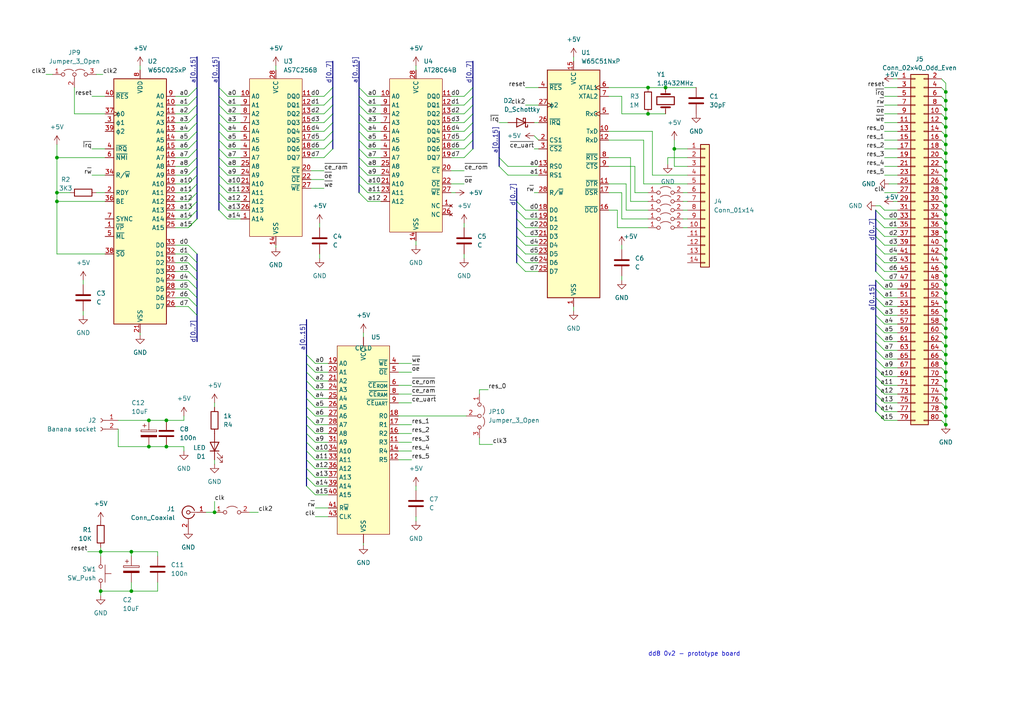
<source format=kicad_sch>
(kicad_sch (version 20230121) (generator eeschema)
  (paper "A4")
  (junction (at 274.32 107.95))
  (junction (at 193.04 25.4))
  (junction (at 274.32 87.63))
  (junction (at 16.51 55.88))
  (junction (at 274.32 41.91))
  (junction (at 274.32 100.33))
  (junction (at 274.32 39.37))
  (junction (at 274.32 82.55))
  (junction (at 274.32 54.61))
  (junction (at 274.32 44.45))
  (junction (at 274.32 92.71))
  (junction (at 274.32 115.57))
  (junction (at 195.58 43.18))
  (junction (at 48.26 129.54))
  (junction (at 187.96 25.4))
  (junction (at 274.32 95.25))
  (junction (at 274.32 102.87))
  (junction (at 274.32 72.39))
  (junction (at 274.32 97.79))
  (junction (at 274.32 80.01))
  (junction (at 274.32 105.41))
  (junction (at 38.1 171.45))
  (junction (at 274.32 34.29))
  (junction (at 187.96 33.02))
  (junction (at 274.32 57.15))
  (junction (at 274.32 52.07))
  (junction (at 274.32 120.65))
  (junction (at 38.1 160.02))
  (junction (at 274.32 74.93))
  (junction (at 274.32 69.85))
  (junction (at 274.32 36.83))
  (junction (at 274.32 113.03))
  (junction (at 274.32 26.67))
  (junction (at 48.26 121.92))
  (junction (at 274.32 85.09))
  (junction (at 274.32 110.49))
  (junction (at 274.32 64.77))
  (junction (at 274.32 59.69))
  (junction (at 274.32 31.75))
  (junction (at 16.51 45.72))
  (junction (at 274.32 67.31))
  (junction (at 274.32 123.19))
  (junction (at 29.21 171.45))
  (junction (at 274.32 46.99))
  (junction (at 274.32 29.21))
  (junction (at 62.23 148.59))
  (junction (at 43.18 129.54))
  (junction (at 16.51 58.42))
  (junction (at 29.21 160.02))
  (junction (at 274.32 118.11))
  (junction (at 274.32 77.47))
  (junction (at 274.32 49.53))
  (junction (at 274.32 90.17))
  (junction (at 274.32 62.23))
  (junction (at 43.18 121.92))
  (bus_entry (at 93.98 45.72) (size 2.54 -2.54))
  (bus_entry (at 93.98 40.64) (size 2.54 -2.54))
  (bus_entry (at 54.61 81.28) (size 2.54 2.54))
  (bus_entry (at 152.4 78.74) (size -2.54 -2.54))
  (bus_entry (at 54.61 53.34) (size 2.54 -2.54))
  (bus_entry (at 134.62 33.02) (size 2.54 -2.54))
  (bus_entry (at 54.61 86.36) (size 2.54 2.54))
  (bus_entry (at 104.14 33.02) (size 2.54 2.54))
  (bus_entry (at 54.61 66.04) (size 2.54 -2.54))
  (bus_entry (at 256.54 73.66) (size -2.54 -2.54))
  (bus_entry (at 256.54 99.06) (size -2.54 -2.54))
  (bus_entry (at 152.4 68.58) (size -2.54 -2.54))
  (bus_entry (at 256.54 114.3) (size -2.54 -2.54))
  (bus_entry (at 63.5 35.56) (size 2.54 2.54))
  (bus_entry (at 152.4 76.2) (size -2.54 -2.54))
  (bus_entry (at 63.5 38.1) (size 2.54 2.54))
  (bus_entry (at 54.61 33.02) (size 2.54 -2.54))
  (bus_entry (at 104.14 27.94) (size 2.54 2.54))
  (bus_entry (at 104.14 25.4) (size 2.54 2.54))
  (bus_entry (at 93.98 27.94) (size 2.54 -2.54))
  (bus_entry (at 256.54 111.76) (size -2.54 -2.54))
  (bus_entry (at 54.61 45.72) (size 2.54 -2.54))
  (bus_entry (at 63.5 60.96) (size 2.54 2.54))
  (bus_entry (at 54.61 55.88) (size 2.54 -2.54))
  (bus_entry (at 88.9 115.57) (size 2.54 2.54))
  (bus_entry (at 54.61 50.8) (size 2.54 -2.54))
  (bus_entry (at 256.54 71.12) (size -2.54 -2.54))
  (bus_entry (at 104.14 53.34) (size 2.54 2.54))
  (bus_entry (at 88.9 123.19) (size 2.54 2.54))
  (bus_entry (at 54.61 48.26) (size 2.54 -2.54))
  (bus_entry (at 256.54 66.04) (size -2.54 -2.54))
  (bus_entry (at 256.54 76.2) (size -2.54 -2.54))
  (bus_entry (at 134.62 43.18) (size 2.54 -2.54))
  (bus_entry (at 104.14 35.56) (size 2.54 2.54))
  (bus_entry (at 88.9 125.73) (size 2.54 2.54))
  (bus_entry (at 144.78 48.26) (size 2.54 2.54))
  (bus_entry (at 54.61 27.94) (size 2.54 -2.54))
  (bus_entry (at 88.9 138.43) (size 2.54 2.54))
  (bus_entry (at 104.14 43.18) (size 2.54 2.54))
  (bus_entry (at 88.9 113.03) (size 2.54 2.54))
  (bus_entry (at 54.61 88.9) (size 2.54 2.54))
  (bus_entry (at 134.62 35.56) (size 2.54 -2.54))
  (bus_entry (at 54.61 30.48) (size 2.54 -2.54))
  (bus_entry (at 63.5 55.88) (size 2.54 2.54))
  (bus_entry (at 93.98 35.56) (size 2.54 -2.54))
  (bus_entry (at 63.5 30.48) (size 2.54 2.54))
  (bus_entry (at 104.14 38.1) (size 2.54 2.54))
  (bus_entry (at 93.98 43.18) (size 2.54 -2.54))
  (bus_entry (at 93.98 38.1) (size 2.54 -2.54))
  (bus_entry (at 152.4 71.12) (size -2.54 -2.54))
  (bus_entry (at 104.14 55.88) (size 2.54 2.54))
  (bus_entry (at 256.54 121.92) (size -2.54 -2.54))
  (bus_entry (at 134.62 40.64) (size 2.54 -2.54))
  (bus_entry (at 104.14 45.72) (size 2.54 2.54))
  (bus_entry (at 256.54 101.6) (size -2.54 -2.54))
  (bus_entry (at 152.4 63.5) (size -2.54 -2.54))
  (bus_entry (at 256.54 109.22) (size -2.54 -2.54))
  (bus_entry (at 152.4 60.96) (size -2.54 -2.54))
  (bus_entry (at 134.62 38.1) (size 2.54 -2.54))
  (bus_entry (at 256.54 121.92) (size -2.54 -2.54))
  (bus_entry (at 54.61 43.18) (size 2.54 -2.54))
  (bus_entry (at 134.62 30.48) (size 2.54 -2.54))
  (bus_entry (at 104.14 30.48) (size 2.54 2.54))
  (bus_entry (at 63.5 58.42) (size 2.54 2.54))
  (bus_entry (at 152.4 66.04) (size -2.54 -2.54))
  (bus_entry (at 93.98 30.48) (size 2.54 -2.54))
  (bus_entry (at 54.61 60.96) (size 2.54 -2.54))
  (bus_entry (at 88.9 140.97) (size 2.54 2.54))
  (bus_entry (at 88.9 130.81) (size 2.54 2.54))
  (bus_entry (at 88.9 118.11) (size 2.54 2.54))
  (bus_entry (at 54.61 63.5) (size 2.54 -2.54))
  (bus_entry (at 63.5 48.26) (size 2.54 2.54))
  (bus_entry (at 63.5 25.4) (size 2.54 2.54))
  (bus_entry (at 134.62 27.94) (size 2.54 -2.54))
  (bus_entry (at 54.61 83.82) (size 2.54 2.54))
  (bus_entry (at 63.5 27.94) (size 2.54 2.54))
  (bus_entry (at 93.98 33.02) (size 2.54 -2.54))
  (bus_entry (at 54.61 66.04) (size 2.54 -2.54))
  (bus_entry (at 54.61 58.42) (size 2.54 -2.54))
  (bus_entry (at 256.54 83.82) (size -2.54 -2.54))
  (bus_entry (at 88.9 135.89) (size 2.54 2.54))
  (bus_entry (at 256.54 119.38) (size -2.54 -2.54))
  (bus_entry (at 63.5 53.34) (size 2.54 2.54))
  (bus_entry (at 54.61 71.12) (size 2.54 2.54))
  (bus_entry (at 256.54 88.9) (size -2.54 -2.54))
  (bus_entry (at 256.54 78.74) (size -2.54 -2.54))
  (bus_entry (at 256.54 93.98) (size -2.54 -2.54))
  (bus_entry (at 88.9 133.35) (size 2.54 2.54))
  (bus_entry (at 88.9 128.27) (size 2.54 2.54))
  (bus_entry (at 54.61 40.64) (size 2.54 -2.54))
  (bus_entry (at 54.61 78.74) (size 2.54 2.54))
  (bus_entry (at 63.5 40.64) (size 2.54 2.54))
  (bus_entry (at 256.54 68.58) (size -2.54 -2.54))
  (bus_entry (at 63.5 50.8) (size 2.54 2.54))
  (bus_entry (at 256.54 86.36) (size -2.54 -2.54))
  (bus_entry (at 88.9 120.65) (size 2.54 2.54))
  (bus_entry (at 88.9 102.87) (size 2.54 2.54))
  (bus_entry (at 104.14 48.26) (size 2.54 2.54))
  (bus_entry (at 104.14 50.8) (size 2.54 2.54))
  (bus_entry (at 256.54 91.44) (size -2.54 -2.54))
  (bus_entry (at 54.61 38.1) (size 2.54 -2.54))
  (bus_entry (at 54.61 76.2) (size 2.54 2.54))
  (bus_entry (at 256.54 116.84) (size -2.54 -2.54))
  (bus_entry (at 63.5 43.18) (size 2.54 2.54))
  (bus_entry (at 63.5 45.72) (size 2.54 2.54))
  (bus_entry (at 104.14 40.64) (size 2.54 2.54))
  (bus_entry (at 63.5 33.02) (size 2.54 2.54))
  (bus_entry (at 54.61 73.66) (size 2.54 2.54))
  (bus_entry (at 256.54 96.52) (size -2.54 -2.54))
  (bus_entry (at 134.62 45.72) (size 2.54 -2.54))
  (bus_entry (at 256.54 81.28) (size -2.54 -2.54))
  (bus_entry (at 152.4 73.66) (size -2.54 -2.54))
  (bus_entry (at 256.54 106.68) (size -2.54 -2.54))
  (bus_entry (at 88.9 110.49) (size 2.54 2.54))
  (bus_entry (at 144.78 45.72) (size 2.54 2.54))
  (bus_entry (at 256.54 63.5) (size -2.54 -2.54))
  (bus_entry (at 88.9 105.41) (size 2.54 2.54))
  (bus_entry (at 256.54 104.14) (size -2.54 -2.54))
  (bus_entry (at 88.9 107.95) (size 2.54 2.54))
  (bus_entry (at 54.61 35.56) (size 2.54 -2.54))
  (bus (pts (xy 57.15 76.2) (xy 57.15 78.74)))
  (wire (pts (xy 91.44 125.73) (xy 95.25 125.73)))
  (wire (pts (xy 38.1 171.45) (xy 45.72 171.45)))
  (wire (pts (xy 66.04 63.5) (xy 69.85 63.5)))
  (wire (pts (xy 260.35 91.44) (xy 256.54 91.44)))
  (wire (pts (xy 260.35 93.98) (xy 256.54 93.98)))
  (wire (pts (xy 66.04 58.42) (xy 69.85 58.42)))
  (wire (pts (xy 130.81 35.56) (xy 134.62 35.56)))
  (wire (pts (xy 66.04 30.48) (xy 69.85 30.48)))
  (bus (pts (xy 254 91.44) (xy 254 88.9)))
  (wire (pts (xy 274.32 62.23) (xy 274.32 59.69)))
  (wire (pts (xy 273.05 40.64) (xy 274.32 41.91)))
  (wire (pts (xy 256.54 55.88) (xy 260.35 55.88)))
  (wire (pts (xy 273.05 73.66) (xy 274.32 74.93)))
  (wire (pts (xy 50.8 48.26) (xy 54.61 48.26)))
  (wire (pts (xy 130.81 38.1) (xy 134.62 38.1)))
  (wire (pts (xy 139.065 113.03) (xy 141.605 113.03)))
  (wire (pts (xy 256.54 25.4) (xy 260.35 25.4)))
  (wire (pts (xy 274.32 102.87) (xy 274.32 100.33)))
  (wire (pts (xy 24.13 90.17) (xy 24.13 91.44)))
  (wire (pts (xy 53.34 129.54) (xy 53.34 130.81)))
  (bus (pts (xy 88.9 118.11) (xy 88.9 120.65)))
  (wire (pts (xy 274.32 74.93) (xy 274.32 72.39)))
  (wire (pts (xy 274.32 44.45) (xy 274.32 41.91)))
  (bus (pts (xy 57.15 60.96) (xy 57.15 58.42)))
  (wire (pts (xy 26.67 43.18) (xy 30.48 43.18)))
  (bus (pts (xy 88.9 105.41) (xy 88.9 107.95)))
  (bus (pts (xy 254 116.84) (xy 254 114.3)))
  (wire (pts (xy 50.8 88.9) (xy 54.61 88.9)))
  (wire (pts (xy 130.81 55.88) (xy 132.08 55.88)))
  (wire (pts (xy 16.51 58.42) (xy 30.48 58.42)))
  (wire (pts (xy 274.32 115.57) (xy 274.32 113.03)))
  (bus (pts (xy 57.15 40.64) (xy 57.15 38.1)))
  (bus (pts (xy 88.9 115.57) (xy 88.9 118.11)))
  (wire (pts (xy 273.05 48.26) (xy 274.32 49.53)))
  (wire (pts (xy 260.35 109.22) (xy 256.54 109.22)))
  (bus (pts (xy 104.14 40.64) (xy 104.14 43.18)))
  (bus (pts (xy 88.9 125.73) (xy 88.9 128.27)))
  (wire (pts (xy 91.44 130.81) (xy 95.25 130.81)))
  (wire (pts (xy 106.68 58.42) (xy 110.49 58.42)))
  (wire (pts (xy 193.675 45.72) (xy 193.675 47.625)))
  (wire (pts (xy 16.51 58.42) (xy 16.51 73.66)))
  (wire (pts (xy 48.26 129.54) (xy 53.34 129.54)))
  (wire (pts (xy 260.35 76.2) (xy 256.54 76.2)))
  (wire (pts (xy 256.54 40.64) (xy 260.35 40.64)))
  (wire (pts (xy 29.21 171.45) (xy 38.1 171.45)))
  (wire (pts (xy 66.04 55.88) (xy 69.85 55.88)))
  (wire (pts (xy 115.57 107.95) (xy 119.38 107.95)))
  (bus (pts (xy 63.5 43.18) (xy 63.5 45.72)))
  (wire (pts (xy 50.8 58.42) (xy 54.61 58.42)))
  (wire (pts (xy 91.44 149.86) (xy 95.25 149.86)))
  (wire (pts (xy 91.44 107.95) (xy 95.25 107.95)))
  (wire (pts (xy 273.05 63.5) (xy 274.32 64.77)))
  (bus (pts (xy 57.15 50.8) (xy 57.15 48.26)))
  (wire (pts (xy 91.44 128.27) (xy 95.25 128.27)))
  (wire (pts (xy 273.05 71.12) (xy 274.32 72.39)))
  (wire (pts (xy 90.17 40.64) (xy 93.98 40.64)))
  (wire (pts (xy 50.8 60.96) (xy 54.61 60.96)))
  (wire (pts (xy 115.57 114.3) (xy 119.38 114.3)))
  (wire (pts (xy 256.54 45.72) (xy 260.35 45.72)))
  (wire (pts (xy 260.35 71.12) (xy 256.54 71.12)))
  (wire (pts (xy 144.78 35.56) (xy 147.32 35.56)))
  (wire (pts (xy 50.8 86.36) (xy 54.61 86.36)))
  (wire (pts (xy 274.32 107.95) (xy 274.32 105.41)))
  (bus (pts (xy 254 83.82) (xy 254 81.28)))
  (bus (pts (xy 104.14 38.1) (xy 104.14 40.64)))
  (wire (pts (xy 257.81 53.34) (xy 260.35 53.34)))
  (wire (pts (xy 198.12 58.42) (xy 199.39 58.42)))
  (wire (pts (xy 260.35 86.36) (xy 256.54 86.36)))
  (bus (pts (xy 254 63.5) (xy 254 66.04)))
  (wire (pts (xy 256.54 48.26) (xy 260.35 48.26)))
  (wire (pts (xy 195.58 43.18) (xy 199.39 43.18)))
  (wire (pts (xy 50.8 81.28) (xy 54.61 81.28)))
  (bus (pts (xy 144.78 45.72) (xy 144.78 48.26)))
  (wire (pts (xy 106.68 27.94) (xy 110.49 27.94)))
  (wire (pts (xy 24.13 81.28) (xy 24.13 82.55)))
  (bus (pts (xy 57.15 35.56) (xy 57.15 33.02)))
  (wire (pts (xy 260.35 119.38) (xy 256.54 119.38)))
  (bus (pts (xy 57.15 58.42) (xy 57.15 55.88)))
  (wire (pts (xy 260.35 111.76) (xy 256.54 111.76)))
  (bus (pts (xy 137.16 25.4) (xy 137.16 27.94)))
  (wire (pts (xy 180.34 71.12) (xy 180.34 72.39)))
  (wire (pts (xy 274.32 54.61) (xy 274.32 52.07)))
  (wire (pts (xy 105.41 96.52) (xy 105.41 97.79)))
  (wire (pts (xy 50.8 38.1) (xy 54.61 38.1)))
  (wire (pts (xy 256.54 30.48) (xy 260.35 30.48)))
  (wire (pts (xy 66.04 60.96) (xy 69.85 60.96)))
  (wire (pts (xy 180.34 33.02) (xy 187.96 33.02)))
  (wire (pts (xy 256.54 60.96) (xy 260.35 60.96)))
  (wire (pts (xy 134.62 64.77) (xy 134.62 66.04)))
  (wire (pts (xy 273.05 121.92) (xy 274.32 123.19)))
  (wire (pts (xy 273.05 78.74) (xy 274.32 80.01)))
  (wire (pts (xy 16.51 41.91) (xy 16.51 45.72)))
  (wire (pts (xy 189.23 50.8) (xy 199.39 50.8)))
  (wire (pts (xy 176.53 38.1) (xy 189.23 38.1)))
  (wire (pts (xy 66.04 40.64) (xy 69.85 40.64)))
  (wire (pts (xy 59.69 148.59) (xy 62.23 148.59)))
  (wire (pts (xy 274.32 67.31) (xy 274.32 64.77)))
  (wire (pts (xy 115.57 130.81) (xy 119.38 130.81)))
  (wire (pts (xy 91.44 138.43) (xy 95.25 138.43)))
  (bus (pts (xy 254 71.12) (xy 254 73.66)))
  (wire (pts (xy 27.94 55.88) (xy 30.48 55.88)))
  (wire (pts (xy 274.32 120.65) (xy 274.32 118.11)))
  (wire (pts (xy 40.64 96.52) (xy 40.64 97.155)))
  (wire (pts (xy 29.21 158.75) (xy 29.21 160.02)))
  (wire (pts (xy 26.67 50.8) (xy 30.48 50.8)))
  (wire (pts (xy 260.35 99.06) (xy 256.54 99.06)))
  (wire (pts (xy 62.23 133.35) (xy 62.23 134.62)))
  (wire (pts (xy 152.4 30.48) (xy 156.21 30.48)))
  (bus (pts (xy 96.52 35.56) (xy 96.52 38.1)))
  (wire (pts (xy 182.88 45.72) (xy 182.88 58.42)))
  (wire (pts (xy 154.94 55.88) (xy 156.21 55.88)))
  (wire (pts (xy 256.54 35.56) (xy 260.35 35.56)))
  (bus (pts (xy 63.5 58.42) (xy 63.5 60.96)))
  (wire (pts (xy 156.21 66.04) (xy 152.4 66.04)))
  (wire (pts (xy 273.05 114.3) (xy 274.32 115.57)))
  (wire (pts (xy 274.32 85.09) (xy 274.32 82.55)))
  (wire (pts (xy 273.05 30.48) (xy 274.32 31.75)))
  (wire (pts (xy 90.17 27.94) (xy 93.98 27.94)))
  (wire (pts (xy 90.17 33.02) (xy 93.98 33.02)))
  (bus (pts (xy 104.14 43.18) (xy 104.14 45.72)))
  (wire (pts (xy 176.53 40.64) (xy 186.69 40.64)))
  (wire (pts (xy 120.65 69.85) (xy 120.65 71.12)))
  (wire (pts (xy 274.32 36.83) (xy 274.32 34.29)))
  (wire (pts (xy 72.39 148.59) (xy 74.93 148.59)))
  (wire (pts (xy 274.32 49.53) (xy 274.32 46.99)))
  (wire (pts (xy 156.21 60.96) (xy 152.4 60.96)))
  (wire (pts (xy 176.53 53.34) (xy 181.61 53.34)))
  (wire (pts (xy 106.68 55.88) (xy 110.49 55.88)))
  (bus (pts (xy 63.5 45.72) (xy 63.5 48.26)))
  (wire (pts (xy 38.1 160.02) (xy 45.72 160.02)))
  (wire (pts (xy 50.8 43.18) (xy 54.61 43.18)))
  (wire (pts (xy 34.29 129.54) (xy 43.18 129.54)))
  (wire (pts (xy 91.44 120.65) (xy 95.25 120.65)))
  (bus (pts (xy 149.86 60.96) (xy 149.86 63.5)))
  (wire (pts (xy 195.58 43.18) (xy 195.58 48.26)))
  (bus (pts (xy 96.52 17.78) (xy 96.52 25.4)))
  (bus (pts (xy 88.9 107.95) (xy 88.9 110.49)))
  (wire (pts (xy 180.34 55.88) (xy 180.34 63.5)))
  (wire (pts (xy 48.26 121.92) (xy 53.34 121.92)))
  (bus (pts (xy 149.86 71.12) (xy 149.86 73.66)))
  (wire (pts (xy 156.21 76.2) (xy 152.4 76.2)))
  (bus (pts (xy 88.9 135.89) (xy 88.9 138.43)))
  (wire (pts (xy 198.12 60.96) (xy 199.39 60.96)))
  (wire (pts (xy 66.04 33.02) (xy 69.85 33.02)))
  (bus (pts (xy 57.15 43.18) (xy 57.15 40.64)))
  (wire (pts (xy 273.05 53.34) (xy 274.32 54.61)))
  (wire (pts (xy 115.57 116.84) (xy 119.38 116.84)))
  (wire (pts (xy 274.32 34.29) (xy 274.32 31.75)))
  (bus (pts (xy 88.9 123.19) (xy 88.9 125.73)))
  (wire (pts (xy 260.35 101.6) (xy 256.54 101.6)))
  (bus (pts (xy 254 73.66) (xy 254 76.2)))
  (wire (pts (xy 50.8 30.48) (xy 54.61 30.48)))
  (wire (pts (xy 176.53 48.26) (xy 184.15 48.26)))
  (bus (pts (xy 88.9 138.43) (xy 88.9 140.97)))
  (wire (pts (xy 274.32 64.77) (xy 274.32 62.23)))
  (wire (pts (xy 90.17 45.72) (xy 93.98 45.72)))
  (wire (pts (xy 120.65 19.05) (xy 120.65 20.32)))
  (wire (pts (xy 273.05 68.58) (xy 274.32 69.85)))
  (wire (pts (xy 166.37 16.51) (xy 166.37 17.78)))
  (bus (pts (xy 104.14 33.02) (xy 104.14 35.56)))
  (bus (pts (xy 63.5 40.64) (xy 63.5 43.18)))
  (wire (pts (xy 187.96 33.02) (xy 193.04 33.02)))
  (wire (pts (xy 45.72 168.91) (xy 45.72 171.45)))
  (bus (pts (xy 57.15 16.51) (xy 57.15 25.4)))
  (bus (pts (xy 254 111.76) (xy 254 109.22)))
  (wire (pts (xy 156.21 78.74) (xy 152.4 78.74)))
  (wire (pts (xy 66.04 38.1) (xy 69.85 38.1)))
  (bus (pts (xy 63.5 35.56) (xy 63.5 38.1)))
  (bus (pts (xy 137.16 27.94) (xy 137.16 30.48)))
  (wire (pts (xy 179.07 60.96) (xy 179.07 66.04)))
  (bus (pts (xy 137.16 38.1) (xy 137.16 40.64)))
  (wire (pts (xy 90.17 35.56) (xy 93.98 35.56)))
  (wire (pts (xy 274.32 90.17) (xy 274.32 87.63)))
  (wire (pts (xy 115.57 125.73) (xy 119.38 125.73)))
  (bus (pts (xy 57.15 88.9) (xy 57.15 91.44)))
  (wire (pts (xy 50.8 76.2) (xy 54.61 76.2)))
  (bus (pts (xy 63.5 38.1) (xy 63.5 40.64)))
  (wire (pts (xy 106.68 38.1) (xy 110.49 38.1)))
  (wire (pts (xy 66.04 53.34) (xy 69.85 53.34)))
  (wire (pts (xy 106.68 50.8) (xy 110.49 50.8)))
  (bus (pts (xy 63.5 30.48) (xy 63.5 33.02)))
  (wire (pts (xy 92.71 64.77) (xy 92.71 66.04)))
  (wire (pts (xy 273.05 91.44) (xy 274.32 92.71)))
  (wire (pts (xy 274.32 57.15) (xy 274.32 54.61)))
  (wire (pts (xy 50.8 33.02) (xy 54.61 33.02)))
  (wire (pts (xy 154.94 39.37) (xy 156.21 40.64)))
  (bus (pts (xy 63.5 55.88) (xy 63.5 58.42)))
  (bus (pts (xy 254 119.38) (xy 254 116.84)))
  (wire (pts (xy 50.8 73.66) (xy 54.61 73.66)))
  (bus (pts (xy 254 104.14) (xy 254 101.6)))
  (wire (pts (xy 29.21 171.45) (xy 29.21 172.72)))
  (wire (pts (xy 120.65 149.86) (xy 120.65 151.13)))
  (wire (pts (xy 198.12 66.04) (xy 199.39 66.04)))
  (bus (pts (xy 104.14 53.34) (xy 104.14 55.88)))
  (wire (pts (xy 45.72 160.02) (xy 45.72 161.29)))
  (wire (pts (xy 195.58 40.64) (xy 195.58 43.18)))
  (wire (pts (xy 274.32 92.71) (xy 274.32 90.17)))
  (wire (pts (xy 130.81 30.48) (xy 134.62 30.48)))
  (wire (pts (xy 106.68 40.64) (xy 110.49 40.64)))
  (bus (pts (xy 57.15 45.72) (xy 57.15 43.18)))
  (wire (pts (xy 166.37 88.9) (xy 166.37 90.17)))
  (wire (pts (xy 273.05 35.56) (xy 274.32 36.83)))
  (wire (pts (xy 106.68 30.48) (xy 110.49 30.48)))
  (wire (pts (xy 193.675 45.72) (xy 199.39 45.72)))
  (wire (pts (xy 273.05 111.76) (xy 274.32 113.03)))
  (wire (pts (xy 38.1 160.02) (xy 38.1 161.29)))
  (bus (pts (xy 254 60.96) (xy 254 63.5)))
  (wire (pts (xy 259.08 22.86) (xy 260.35 22.86)))
  (bus (pts (xy 254 66.04) (xy 254 68.58)))
  (wire (pts (xy 260.35 83.82) (xy 256.54 83.82)))
  (wire (pts (xy 198.12 55.88) (xy 199.39 55.88)))
  (wire (pts (xy 186.69 53.34) (xy 199.39 53.34)))
  (wire (pts (xy 147.32 50.8) (xy 156.21 50.8)))
  (wire (pts (xy 147.32 48.26) (xy 156.21 48.26)))
  (bus (pts (xy 149.86 66.04) (xy 149.86 68.58)))
  (bus (pts (xy 254 114.3) (xy 254 111.76)))
  (bus (pts (xy 57.15 86.36) (xy 57.15 88.9)))
  (bus (pts (xy 144.78 38.1) (xy 144.78 45.72)))
  (wire (pts (xy 115.57 105.41) (xy 119.38 105.41)))
  (wire (pts (xy 66.04 48.26) (xy 69.85 48.26)))
  (wire (pts (xy 92.71 73.66) (xy 92.71 74.93)))
  (wire (pts (xy 130.81 27.94) (xy 134.62 27.94)))
  (bus (pts (xy 254 106.68) (xy 254 104.14)))
  (bus (pts (xy 149.86 54.61) (xy 149.86 58.42)))
  (bus (pts (xy 104.14 45.72) (xy 104.14 48.26)))
  (wire (pts (xy 256.54 38.1) (xy 260.35 38.1)))
  (wire (pts (xy 273.05 45.72) (xy 274.32 46.99)))
  (wire (pts (xy 156.21 63.5) (xy 152.4 63.5)))
  (wire (pts (xy 115.57 111.76) (xy 119.38 111.76)))
  (wire (pts (xy 180.34 27.94) (xy 180.34 33.02)))
  (wire (pts (xy 256.54 43.18) (xy 260.35 43.18)))
  (wire (pts (xy 273.05 76.2) (xy 274.32 77.47)))
  (wire (pts (xy 130.81 45.72) (xy 134.62 45.72)))
  (bus (pts (xy 104.14 35.56) (xy 104.14 38.1)))
  (wire (pts (xy 273.05 50.8) (xy 274.32 52.07)))
  (bus (pts (xy 137.16 35.56) (xy 137.16 38.1)))
  (wire (pts (xy 115.57 123.19) (xy 119.38 123.19)))
  (wire (pts (xy 274.32 24.13) (xy 273.05 22.86)))
  (bus (pts (xy 96.52 25.4) (xy 96.52 27.94)))
  (bus (pts (xy 88.9 92.71) (xy 88.9 102.87)))
  (wire (pts (xy 274.32 72.39) (xy 274.32 69.85)))
  (wire (pts (xy 91.44 140.97) (xy 95.25 140.97)))
  (wire (pts (xy 179.07 66.04) (xy 187.96 66.04)))
  (wire (pts (xy 274.32 77.47) (xy 274.32 74.93)))
  (bus (pts (xy 57.15 78.74) (xy 57.15 81.28)))
  (wire (pts (xy 274.32 95.25) (xy 274.32 92.71)))
  (wire (pts (xy 181.61 53.34) (xy 181.61 60.96)))
  (wire (pts (xy 274.32 46.99) (xy 274.32 44.45)))
  (wire (pts (xy 139.065 128.905) (xy 142.875 128.905)))
  (bus (pts (xy 104.14 17.78) (xy 104.14 25.4)))
  (bus (pts (xy 254 93.98) (xy 254 91.44)))
  (bus (pts (xy 96.52 40.64) (xy 96.52 43.18)))
  (wire (pts (xy 13.335 21.59) (xy 15.24 21.59)))
  (wire (pts (xy 274.32 110.49) (xy 274.32 107.95)))
  (wire (pts (xy 91.44 118.11) (xy 95.25 118.11)))
  (wire (pts (xy 66.04 35.56) (xy 69.85 35.56)))
  (wire (pts (xy 180.34 63.5) (xy 187.96 63.5)))
  (wire (pts (xy 34.29 124.46) (xy 34.29 129.54)))
  (wire (pts (xy 62.23 145.415) (xy 62.23 148.59)))
  (wire (pts (xy 43.18 121.92) (xy 48.26 121.92)))
  (bus (pts (xy 149.86 73.66) (xy 149.86 76.2)))
  (wire (pts (xy 156.21 71.12) (xy 152.4 71.12)))
  (wire (pts (xy 43.18 129.54) (xy 48.26 129.54)))
  (bus (pts (xy 149.86 58.42) (xy 149.86 60.96)))
  (wire (pts (xy 27.94 21.59) (xy 29.845 21.59)))
  (wire (pts (xy 90.17 38.1) (xy 93.98 38.1)))
  (wire (pts (xy 274.32 31.75) (xy 274.32 29.21)))
  (bus (pts (xy 137.16 30.48) (xy 137.16 33.02)))
  (bus (pts (xy 254 99.06) (xy 254 96.52)))
  (bus (pts (xy 254 101.6) (xy 254 99.06)))
  (wire (pts (xy 34.29 121.92) (xy 43.18 121.92)))
  (bus (pts (xy 96.52 27.94) (xy 96.52 30.48)))
  (bus (pts (xy 254 68.58) (xy 254 71.12)))
  (bus (pts (xy 149.86 68.58) (xy 149.86 71.12)))
  (wire (pts (xy 260.35 116.84) (xy 256.54 116.84)))
  (wire (pts (xy 130.81 40.64) (xy 134.62 40.64)))
  (wire (pts (xy 130.81 53.34) (xy 134.62 53.34)))
  (wire (pts (xy 106.68 45.72) (xy 110.49 45.72)))
  (wire (pts (xy 260.35 63.5) (xy 256.54 63.5)))
  (bus (pts (xy 57.15 91.44) (xy 57.15 99.06)))
  (wire (pts (xy 50.8 55.88) (xy 54.61 55.88)))
  (wire (pts (xy 274.32 69.85) (xy 274.32 67.31)))
  (wire (pts (xy 184.15 55.88) (xy 187.96 55.88)))
  (wire (pts (xy 90.17 49.53) (xy 93.98 49.53)))
  (wire (pts (xy 181.61 60.96) (xy 187.96 60.96)))
  (wire (pts (xy 50.8 45.72) (xy 54.61 45.72)))
  (wire (pts (xy 154.94 35.56) (xy 156.21 35.56)))
  (wire (pts (xy 273.05 25.4) (xy 274.32 26.67)))
  (wire (pts (xy 139.065 113.03) (xy 139.065 114.3)))
  (wire (pts (xy 91.44 123.19) (xy 95.25 123.19)))
  (wire (pts (xy 198.12 63.5) (xy 199.39 63.5)))
  (wire (pts (xy 260.35 114.3) (xy 256.54 114.3)))
  (wire (pts (xy 260.35 73.66) (xy 256.54 73.66)))
  (bus (pts (xy 57.15 27.94) (xy 57.15 25.4)))
  (wire (pts (xy 80.01 19.05) (xy 80.01 20.32)))
  (wire (pts (xy 50.8 53.34) (xy 54.61 53.34)))
  (wire (pts (xy 156.21 68.58) (xy 152.4 68.58)))
  (wire (pts (xy 274.32 26.67) (xy 274.32 24.13)))
  (bus (pts (xy 254 88.9) (xy 254 86.36)))
  (wire (pts (xy 50.8 40.64) (xy 54.61 40.64)))
  (wire (pts (xy 91.44 135.89) (xy 95.25 135.89)))
  (wire (pts (xy 106.68 33.02) (xy 110.49 33.02)))
  (wire (pts (xy 273.05 109.22) (xy 274.32 110.49)))
  (wire (pts (xy 21.59 25.4) (xy 21.59 33.02)))
  (wire (pts (xy 115.57 120.65) (xy 135.255 120.65)))
  (bus (pts (xy 57.15 53.34) (xy 57.15 50.8)))
  (wire (pts (xy 50.8 35.56) (xy 54.61 35.56)))
  (wire (pts (xy 50.8 71.12) (xy 54.61 71.12)))
  (wire (pts (xy 66.04 45.72) (xy 69.85 45.72)))
  (wire (pts (xy 154.94 43.18) (xy 156.21 43.18)))
  (wire (pts (xy 176.53 55.88) (xy 180.34 55.88)))
  (wire (pts (xy 50.8 83.82) (xy 54.61 83.82)))
  (bus (pts (xy 63.5 17.78) (xy 63.5 25.4)))
  (wire (pts (xy 273.05 66.04) (xy 274.32 67.31)))
  (bus (pts (xy 88.9 133.35) (xy 88.9 135.89)))
  (bus (pts (xy 57.15 38.1) (xy 57.15 35.56)))
  (wire (pts (xy 29.21 160.02) (xy 38.1 160.02)))
  (bus (pts (xy 88.9 110.49) (xy 88.9 113.03)))
  (wire (pts (xy 274.32 52.07) (xy 274.32 49.53)))
  (wire (pts (xy 274.32 118.11) (xy 274.32 115.57)))
  (wire (pts (xy 106.68 53.34) (xy 110.49 53.34)))
  (bus (pts (xy 104.14 25.4) (xy 104.14 27.94)))
  (wire (pts (xy 189.23 38.1) (xy 189.23 50.8)))
  (wire (pts (xy 16.51 73.66) (xy 30.48 73.66)))
  (bus (pts (xy 254 86.36) (xy 254 83.82)))
  (bus (pts (xy 96.52 33.02) (xy 96.52 35.56)))
  (wire (pts (xy 29.21 160.02) (xy 29.21 161.29)))
  (bus (pts (xy 149.86 63.5) (xy 149.86 66.04)))
  (wire (pts (xy 29.21 160.02) (xy 25.4 160.02)))
  (bus (pts (xy 57.15 30.48) (xy 57.15 27.94)))
  (wire (pts (xy 259.08 58.42) (xy 260.35 58.42)))
  (bus (pts (xy 88.9 102.87) (xy 88.9 105.41)))
  (wire (pts (xy 273.05 60.96) (xy 274.32 62.23)))
  (wire (pts (xy 90.17 52.07) (xy 93.98 52.07)))
  (wire (pts (xy 260.35 121.92) (xy 256.54 121.92)))
  (wire (pts (xy 40.64 19.05) (xy 40.64 20.32)))
  (wire (pts (xy 274.32 39.37) (xy 274.32 36.83)))
  (bus (pts (xy 63.5 53.34) (xy 63.5 55.88)))
  (wire (pts (xy 50.8 78.74) (xy 54.61 78.74)))
  (wire (pts (xy 256.54 33.02) (xy 260.35 33.02)))
  (wire (pts (xy 130.81 43.18) (xy 134.62 43.18)))
  (bus (pts (xy 57.15 48.26) (xy 57.15 45.72)))
  (wire (pts (xy 66.04 50.8) (xy 69.85 50.8)))
  (wire (pts (xy 16.51 55.88) (xy 20.32 55.88)))
  (wire (pts (xy 91.44 110.49) (xy 95.25 110.49)))
  (wire (pts (xy 273.05 27.94) (xy 274.32 29.21)))
  (bus (pts (xy 88.9 128.27) (xy 88.9 130.81)))
  (bus (pts (xy 88.9 130.81) (xy 88.9 133.35)))
  (wire (pts (xy 134.62 73.66) (xy 134.62 74.93)))
  (wire (pts (xy 90.17 54.61) (xy 93.98 54.61)))
  (wire (pts (xy 66.04 43.18) (xy 69.85 43.18)))
  (wire (pts (xy 62.23 116.84) (xy 62.23 118.11)))
  (wire (pts (xy 273.05 119.38) (xy 274.32 120.65)))
  (wire (pts (xy 274.32 100.33) (xy 274.32 97.79)))
  (wire (pts (xy 120.65 140.97) (xy 120.65 142.24)))
  (wire (pts (xy 260.35 96.52) (xy 256.54 96.52)))
  (wire (pts (xy 182.88 58.42) (xy 187.96 58.42)))
  (wire (pts (xy 16.51 45.72) (xy 16.51 55.88)))
  (wire (pts (xy 273.05 116.84) (xy 274.32 118.11)))
  (wire (pts (xy 273.05 83.82) (xy 274.32 85.09)))
  (wire (pts (xy 115.57 128.27) (xy 119.38 128.27)))
  (wire (pts (xy 274.32 29.21) (xy 274.32 26.67)))
  (wire (pts (xy 274.32 97.79) (xy 274.32 95.25)))
  (wire (pts (xy 130.81 33.02) (xy 134.62 33.02)))
  (wire (pts (xy 260.35 81.28) (xy 256.54 81.28)))
  (wire (pts (xy 256.54 50.8) (xy 260.35 50.8)))
  (wire (pts (xy 91.44 143.51) (xy 95.25 143.51)))
  (bus (pts (xy 104.14 48.26) (xy 104.14 50.8)))
  (wire (pts (xy 274.32 59.69) (xy 274.32 57.15)))
  (wire (pts (xy 105.41 157.48) (xy 105.41 158.115)))
  (wire (pts (xy 16.51 55.88) (xy 16.51 58.42)))
  (wire (pts (xy 115.57 133.35) (xy 119.38 133.35)))
  (bus (pts (xy 57.15 63.5) (xy 57.15 60.96)))
  (wire (pts (xy 91.44 115.57) (xy 95.25 115.57)))
  (wire (pts (xy 255.27 59.69) (xy 256.54 60.96)))
  (wire (pts (xy 260.35 78.74) (xy 256.54 78.74)))
  (wire (pts (xy 176.53 27.94) (xy 180.34 27.94)))
  (bus (pts (xy 63.5 25.4) (xy 63.5 27.94)))
  (bus (pts (xy 88.9 120.65) (xy 88.9 123.19)))
  (bus (pts (xy 137.16 40.64) (xy 137.16 43.18)))
  (bus (pts (xy 104.14 30.48) (xy 104.14 33.02)))
  (bus (pts (xy 57.15 83.82) (xy 57.15 86.36)))
  (bus (pts (xy 63.5 27.94) (xy 63.5 30.48)))
  (bus (pts (xy 254 96.52) (xy 254 93.98)))
  (wire (pts (xy 26.67 27.94) (xy 30.48 27.94)))
  (wire (pts (xy 152.4 25.4) (xy 156.21 25.4)))
  (wire (pts (xy 21.59 33.02) (xy 30.48 33.02)))
  (wire (pts (xy 180.34 80.01) (xy 180.34 81.28)))
  (wire (pts (xy 106.68 35.56) (xy 110.49 35.56)))
  (wire (pts (xy 274.32 123.19) (xy 274.32 120.65)))
  (wire (pts (xy 106.68 43.18) (xy 110.49 43.18)))
  (wire (pts (xy 256.54 27.94) (xy 260.35 27.94)))
  (wire (pts (xy 260.35 68.58) (xy 256.54 68.58)))
  (wire (pts (xy 273.05 38.1) (xy 274.32 39.37)))
  (wire (pts (xy 156.21 73.66) (xy 152.4 73.66)))
  (wire (pts (xy 274.32 82.55) (xy 274.32 80.01)))
  (bus (pts (xy 96.52 30.48) (xy 96.52 33.02)))
  (bus (pts (xy 96.52 38.1) (xy 96.52 40.64)))
  (wire (pts (xy 66.04 27.94) (xy 69.85 27.94)))
  (bus (pts (xy 57.15 81.28) (xy 57.15 83.82)))
  (wire (pts (xy 80.01 71.12) (xy 80.01 71.755)))
  (wire (pts (xy 53.34 120.65) (xy 53.34 121.92)))
  (bus (pts (xy 63.5 50.8) (xy 63.5 53.34)))
  (wire (pts (xy 193.04 25.4) (xy 201.93 25.4)))
  (wire (pts (xy 91.44 133.35) (xy 95.25 133.35)))
  (wire (pts (xy 38.1 168.91) (xy 38.1 171.45)))
  (wire (pts (xy 260.35 66.04) (xy 256.54 66.04)))
  (bus (pts (xy 137.16 33.02) (xy 137.16 35.56)))
  (bus (pts (xy 104.14 50.8) (xy 104.14 53.34)))
  (wire (pts (xy 274.32 105.41) (xy 274.32 102.87)))
  (wire (pts (xy 274.32 113.03) (xy 274.32 110.49)))
  (wire (pts (xy 274.32 41.91) (xy 274.32 39.37)))
  (wire (pts (xy 176.53 60.96) (xy 179.07 60.96)))
  (wire (pts (xy 184.15 48.26) (xy 184.15 55.88)))
  (bus (pts (xy 57.15 33.02) (xy 57.15 30.48)))
  (wire (pts (xy 273.05 101.6) (xy 274.32 102.87)))
  (wire (pts (xy 260.35 88.9) (xy 256.54 88.9)))
  (wire (pts (xy 254 59.69) (xy 255.27 59.69)))
  (bus (pts (xy 254 109.22) (xy 254 106.68)))
  (wire (pts (xy 106.68 48.26) (xy 110.49 48.26)))
  (wire (pts (xy 91.44 113.03) (xy 95.25 113.03)))
  (wire (pts (xy 139.065 127) (xy 139.065 128.905)))
  (wire (pts (xy 187.96 25.4) (xy 193.04 25.4)))
  (wire (pts (xy 273.05 33.02) (xy 274.32 34.29)))
  (bus (pts (xy 57.15 73.66) (xy 57.15 76.2)))
  (wire (pts (xy 273.05 99.06) (xy 274.32 100.33)))
  (wire (pts (xy 176.53 25.4) (xy 187.96 25.4)))
  (wire (pts (xy 274.32 87.63) (xy 274.32 85.09)))
  (bus (pts (xy 137.16 17.78) (xy 137.16 25.4)))
  (wire (pts (xy 50.8 63.5) (xy 54.61 63.5)))
  (wire (pts (xy 273.05 106.68) (xy 274.32 107.95)))
  (bus (pts (xy 63.5 33.02) (xy 63.5 35.56)))
  (wire (pts (xy 16.51 45.72) (xy 30.48 45.72)))
  (wire (pts (xy 91.44 147.32) (xy 95.25 147.32)))
  (wire (pts (xy 50.8 50.8) (xy 54.61 50.8)))
  (wire (pts (xy 273.05 93.98) (xy 274.32 95.25)))
  (wire (pts (xy 176.53 45.72) (xy 182.88 45.72)))
  (wire (pts (xy 273.05 43.18) (xy 274.32 44.45)))
  (wire (pts (xy 130.81 49.53) (xy 134.62 49.53)))
  (wire (pts (xy 273.05 88.9) (xy 274.32 90.17)))
  (bus (pts (xy 104.14 27.94) (xy 104.14 30.48)))
  (wire (pts (xy 90.17 30.48) (xy 93.98 30.48)))
  (wire (pts (xy 273.05 96.52) (xy 274.32 97.79)))
  (wire (pts (xy 186.69 40.64) (xy 186.69 53.34)))
  (wire (pts (xy 273.05 104.14) (xy 274.32 105.41)))
  (wire (pts (xy 195.58 48.26) (xy 199.39 48.26)))
  (bus (pts (xy 57.15 55.88) (xy 57.15 53.34)))
  (wire (pts (xy 50.8 27.94) (xy 54.61 27.94)))
  (wire (pts (xy 273.05 81.28) (xy 274.32 82.55)))
  (wire (pts (xy 273.05 55.88) (xy 274.32 57.15)))
  (bus (pts (xy 254 76.2) (xy 254 78.74)))
  (wire (pts (xy 273.05 58.42) (xy 274.32 59.69)))
  (bus (pts (xy 63.5 48.26) (xy 63.5 50.8)))
  (wire (pts (xy 91.44 105.41) (xy 95.25 105.41)))
  (wire (pts (xy 260.35 106.68) (xy 256.54 106.68)))
  (wire (pts (xy 50.8 66.04) (xy 54.61 66.04)))
  (wire (pts (xy 90.17 43.18) (xy 93.98 43.18)))
  (wire (pts (xy 273.05 86.36) (xy 274.32 87.63)))
  (bus (pts (xy 88.9 113.03) (xy 88.9 115.57)))
  (wire (pts (xy 274.32 80.01) (xy 274.32 77.47)))
  (wire (pts (xy 260.35 104.14) (xy 256.54 104.14)))
  (text "dd8 0v2 - prototype board" (at 187.96 190.5 0) (effects (font (size 1.27 1.27)) (justify left bottom)))
  (label "d7" (at 260.35 81.28 180))
  (label "d0" (at 260.35 63.5 180))
  (label "a4" (at 52.07 38.1 0))
  (label "a4" (at 259.08 93.98 180))
  (label "~{oe}" (at 256.54 33.02 180))
  (label "d6" (at 90.17 43.18 0))
  (label "a14" (at 52.07 63.5 0))
  (label "d5" (at 90.17 40.64 0))
  (label "d3" (at 260.35 71.12 180))
  (label "a12" (at 52.07 58.42 0))
  (label "d5" (at 260.35 76.2 180))
  (label "d5" (at 52.07 83.82 0))
  (label "a7" (at 91.44 123.19 0))
  (label "d0" (at 156.21 60.96 180))
  (label "a9" (at 259.08 106.68 180))
  (label "a[0..15]" (at 104.14 24.13 90))
  (label "d7" (at 156.21 78.74 180))
  (label "clk" (at 256.54 55.88 180))
  (label "d[0..7]" (at 254 69.85 90))
  (label "a6" (at 91.44 120.65 0))
  (label "res_3" (at 256.54 45.72 180))
  (label "a[0..15]" (at 57.15 24.13 90))
  (label "a4" (at 66.04 38.1 0))
  (label "a[0..15]" (at 88.9 101.6 90))
  (label "~{we}" (at 93.98 54.61 0))
  (label "a3" (at 66.04 35.56 0))
  (label "~{irq}" (at 26.67 43.18 180))
  (label "d1" (at 90.17 30.48 0))
  (label "a0" (at 259.08 83.82 180))
  (label "d5" (at 156.21 73.66 180))
  (label "~{we}" (at 119.38 105.41 0))
  (label "a10" (at 91.44 130.81 0))
  (label "a11" (at 259.08 111.76 180))
  (label "a6" (at 66.04 43.18 0))
  (label "d6" (at 260.35 78.74 180))
  (label "a14" (at 66.04 63.5 0))
  (label "a1" (at 106.68 30.48 0))
  (label "res_1" (at 119.38 123.19 0))
  (label "d3" (at 130.81 35.56 0))
  (label "r~{w}" (at 91.44 147.32 180))
  (label "a10" (at 106.68 53.34 0))
  (label "a3" (at 91.44 113.03 0))
  (label "d1" (at 130.81 30.48 0))
  (label "a10" (at 259.08 109.22 180))
  (label "~{ce_ram}" (at 93.98 49.53 0))
  (label "d4" (at 130.81 38.1 0))
  (label "a3" (at 106.68 35.56 0))
  (label "d0" (at 52.07 71.12 0))
  (label "d7" (at 90.17 45.72 0))
  (label "a12" (at 106.68 58.42 0))
  (label "a[0..15]" (at 63.5 24.13 90))
  (label "a8" (at 106.68 48.26 0))
  (label "a10" (at 52.07 53.34 0))
  (label "~{we}" (at 256.54 35.56 180))
  (label "~{irq}" (at 144.78 35.56 180))
  (label "a5" (at 66.04 40.64 0))
  (label "a15" (at 52.07 66.04 0))
  (label "a10" (at 66.04 53.34 0))
  (label "res_5" (at 119.38 133.35 0))
  (label "a4" (at 106.68 38.1 0))
  (label "a9" (at 66.04 50.8 0))
  (label "d0" (at 130.81 27.94 0))
  (label "res_4" (at 119.38 130.81 0))
  (label "d1" (at 260.35 66.04 180))
  (label "a11" (at 106.68 55.88 0))
  (label "a5" (at 91.44 118.11 0))
  (label "a12" (at 66.04 58.42 0))
  (label "d6" (at 52.07 86.36 0))
  (label "~{oe}" (at 134.62 53.34 0))
  (label "clk2" (at 152.4 30.48 180))
  (label "d6" (at 130.81 43.18 0))
  (label "clk2" (at 74.93 148.59 0))
  (label "a13" (at 66.04 60.96 0))
  (label "res_0" (at 256.54 38.1 180))
  (label "res_2" (at 256.54 43.18 180))
  (label "d[0..7]" (at 137.16 24.13 90))
  (label "a1" (at 153.67 50.8 0))
  (label "d[0..7]" (at 149.86 59.69 90))
  (label "a5" (at 52.07 40.64 0))
  (label "d3" (at 90.17 35.56 0))
  (label "a9" (at 91.44 128.27 0))
  (label "a6" (at 259.08 99.06 180))
  (label "a1" (at 52.07 30.48 0))
  (label "a8" (at 259.08 104.14 180))
  (label "~{ce_rom}" (at 119.38 111.76 0))
  (label "d2" (at 260.35 68.58 180))
  (label "a0" (at 91.44 105.41 0))
  (label "a0" (at 52.07 27.94 0))
  (label "res_5" (at 256.54 50.8 180))
  (label "a11" (at 91.44 133.35 0))
  (label "a3" (at 259.08 91.44 180))
  (label "clk2" (at 29.845 21.59 0))
  (label "a2" (at 66.04 33.02 0))
  (label "a15" (at 259.08 121.92 180))
  (label "d1" (at 52.07 73.66 0))
  (label "d2" (at 90.17 33.02 0))
  (label "a[0..15]" (at 254 90.17 90))
  (label "~{ce_uart}" (at 119.38 116.84 0))
  (label "reset" (at 152.4 25.4 180))
  (label "a1" (at 259.08 86.36 180))
  (label "reset" (at 26.67 27.94 180))
  (label "r~{w}" (at 26.67 50.8 180))
  (label "d5" (at 130.81 40.64 0))
  (label "a9" (at 52.07 50.8 0))
  (label "reset" (at 256.54 25.4 180))
  (label "d1" (at 156.21 63.5 180))
  (label "d3" (at 52.07 78.74 0))
  (label "d2" (at 156.21 66.04 180))
  (label "clk3" (at 13.335 21.59 180))
  (label "a9" (at 106.68 50.8 0))
  (label "a8" (at 52.07 48.26 0))
  (label "r~{w}" (at 154.94 55.88 180))
  (label "d7" (at 130.81 45.72 0))
  (label "d6" (at 156.21 76.2 180))
  (label "d4" (at 52.07 81.28 0))
  (label "~{ce_ram}" (at 119.38 114.3 0))
  (label "a[0..15]" (at 144.78 44.45 90))
  (label "d[0..7]" (at 57.15 92.71 270))
  (label "a12" (at 259.08 114.3 180))
  (label "a15" (at 91.44 143.51 0))
  (label "a7" (at 52.07 45.72 0))
  (label "d2" (at 130.81 33.02 0))
  (label "a2" (at 106.68 33.02 0))
  (label "a4" (at 91.44 115.57 0))
  (label "a7" (at 259.08 101.6 180))
  (label "a6" (at 52.07 43.18 0))
  (label "a13" (at 91.44 138.43 0))
  (label "a5" (at 106.68 40.64 0))
  (label "a1" (at 66.04 30.48 0))
  (label "a0" (at 106.68 27.94 0))
  (label "a14" (at 91.44 140.97 0))
  (label "a7" (at 106.68 45.72 0))
  (label "a0" (at 66.04 27.94 0))
  (label "~{oe}" (at 119.38 107.95 0))
  (label "a0" (at 153.67 48.26 0))
  (label "clk" (at 91.44 149.86 180))
  (label "a14" (at 259.08 119.38 180))
  (label "a13" (at 52.07 60.96 0))
  (label "~{oe}" (at 93.98 52.07 0))
  (label "a5" (at 259.08 96.52 180))
  (label "~{ce_uart}" (at 154.94 43.18 180))
  (label "res_2" (at 119.38 125.73 0))
  (label "a8" (at 91.44 125.73 0))
  (label "a3" (at 52.07 35.56 0))
  (label "clk3" (at 142.875 128.905 0))
  (label "d4" (at 156.21 71.12 180))
  (label "d0" (at 90.17 27.94 0))
  (label "a2" (at 91.44 110.49 0))
  (label "a6" (at 106.68 43.18 0))
  (label "d4" (at 90.17 38.1 0))
  (label "d7" (at 52.07 88.9 0))
  (label "a2" (at 259.08 88.9 180))
  (label "d4" (at 260.35 73.66 180))
  (label "a12" (at 91.44 135.89 0))
  (label "a8" (at 66.04 48.26 0))
  (label "a1" (at 91.44 107.95 0))
  (label "res_1" (at 256.54 40.64 180))
  (label "d3" (at 156.21 68.58 180))
  (label "a11" (at 66.04 55.88 0))
  (label "a2" (at 52.07 33.02 0))
  (label "res_0" (at 141.605 113.03 0))
  (label "clk" (at 62.23 145.415 0))
  (label "~{irq}" (at 256.54 27.94 180))
  (label "d2" (at 52.07 76.2 0))
  (label "d[0..7]" (at 96.52 24.13 90))
  (label "res_4" (at 256.54 48.26 180))
  (label "a7" (at 66.04 45.72 0))
  (label "a11" (at 52.07 55.88 0))
  (label "reset" (at 25.4 160.02 180))
  (label "r~{w}" (at 256.54 30.48 180))
  (label "res_3" (at 119.38 128.27 0))
  (label "a13" (at 259.08 116.84 180))
  (label "~{ce_rom}" (at 134.62 49.53 0))
  (symbol (lib_id "power:GND") (at 120.65 71.12 0) (unit 1)
    (property "Reference" "#PWR03" (effects hide))
    (property "Value" "GND" (at 120.65 76.2 0))
  )
  (symbol (lib_id "power:GND") (at 29.21 172.72 0) (mirror y) (unit 1)
    (property "Reference" "#PWR010" (effects hide))
    (property "Value" "GND" (at 29.21 177.8 0))
  )
  (symbol (lib_id "power:GND") (at 40.64 97.155 0) (unit 1)
    (property "Reference" "#PWR01" (effects hide))
    (property "Value" "GND" (at 40.64 102.235 0))
  )
  (symbol (lib_id "Device:C") (at 120.65 146.05 0) (unit 1)
    (property "Reference" "C7" (at 124.46 144.78 0) (effects (justify left)))
    (property "Value" "C" (at 124.46 147.32 0) (effects (justify left)))
    (property "Footprint" "Capacitor_THT:C_Disc_D3.0mm_W1.6mm_P2.50mm" (effects hide))
  )
  (symbol (lib_id "Jumper:Jumper_3_Open") (at 139.065 120.65 270) (unit 1)
    (property "Reference" "JP10" (at 141.605 119.38 90) (effects (justify left)))
    (property "Value" "Jumper_3_Open" (at 141.605 121.92 90) (effects (justify left)))
    (property "Footprint" "Jumper:SolderJumper-3_P1.3mm_Open_Pad1.0x1.5mm" (effects hide))
  )
  (symbol (lib_id "power:+5V") (at 92.71 64.77 0) (unit 1)
    (property "Reference" "#PWR025" (effects hide))
    (property "Value" "+5V" (at 92.71 59.69 0))
  )
  (symbol (lib_id "power:+5V") (at 29.21 151.13 0) (mirror y) (unit 1)
    (property "Reference" "#PWR09" (effects hide))
    (property "Value" "+5V" (at 29.21 146.05 0))
  )
  (symbol (lib_id "Device:C") (at 92.71 69.85 0) (unit 1)
    (property "Reference" "C4" (at 96.52 68.58 0) (effects (justify left)))
    (property "Value" "C" (at 96.52 71.12 0) (effects (justify left)))
    (property "Footprint" "Capacitor_THT:C_Disc_D3.0mm_W1.6mm_P2.50mm" (effects hide))
  )
  (symbol (lib_id "Connector_Generic:Conn_01x14") (at 204.47 58.42 0) (unit 1)
    (property "Reference" "J4" (at 207.01 58.42 0) (effects (justify left)))
    (property "Value" "Conn_01x14" (at 207.01 60.96 0) (effects (justify left)))
    (property "Footprint" "Connector_PinHeader_2.54mm:PinHeader_2x07_P2.54mm_Vertical" (effects hide))
  )
  (symbol (lib_id "power:GND") (at 92.71 74.93 0) (unit 1)
    (property "Reference" "#PWR026" (effects hide))
    (property "Value" "GND" (at 92.71 80.01 0))
  )
  (symbol (lib_id "power:+5V") (at 154.94 39.37 90) (unit 1)
    (property "Reference" "#PWR022" (effects hide))
    (property "Value" "+5V" (at 151.13 39.37 90) (effects (justify left)))
  )
  (symbol (lib_id "dd8_components_library:ics_0v2") (at 105.41 113.03 0) (unit 1)
    (property "Reference" "U5" (at 107.6041 97.79 0) (effects (justify left)))
    (property "Value" "CPLD" (at 105.41 100.965 0))
    (property "Footprint" "Package_LCC:PLCC-44_THT-Socket" (effects hide))
  )
  (symbol (lib_id "power:+5V") (at 40.64 19.05 0) (unit 1)
    (property "Reference" "#PWR02" (effects hide))
    (property "Value" "+5V" (at 40.64 13.97 0))
  )
  (symbol (lib_id "power:GND") (at 254 59.69 270) (unit 1)
    (property "Reference" "#PWR039" (effects hide))
    (property "Value" "GND" (at 250.19 59.69 90) (effects (justify right)))
  )
  (symbol (lib_id "power:GND") (at 54.61 153.67 0) (unit 1)
    (property "Reference" "#PWR012" (effects hide))
    (property "Value" "GND" (at 54.61 158.75 0))
  )
  (symbol (lib_id "power:+5V") (at 259.08 22.86 90) (unit 1)
    (property "Reference" "#PWR019" (effects hide))
    (property "Value" "+5V" (at 256.54 21.59 90) (effects (justify right)))
  )
  (symbol (lib_id "Jumper:Jumper_3_Open") (at 21.59 21.59 0) (unit 1)
    (property "Reference" "JP9" (at 21.59 15.24 0))
    (property "Value" "Jumper_3_Open" (at 21.59 17.78 0))
    (property "Footprint" "Jumper:SolderJumper-3_P1.3mm_Open_Pad1.0x1.5mm" (effects hide))
  )
  (symbol (lib_id "power:GND") (at 134.62 74.93 0) (unit 1)
    (property "Reference" "#PWR028" (effects hide))
    (property "Value" "GND" (at 134.62 80.01 0))
  )
  (symbol (lib_id "power:+5V") (at 62.23 116.84 0) (unit 1)
    (property "Reference" "#PWR040" (effects hide))
    (property "Value" "+5V" (at 62.23 111.76 0))
  )
  (symbol (lib_id "Jumper:Jumper_2_Open") (at 193.04 66.04 0) (unit 1)
    (property "Reference" "JP5" (effects hide))
    (property "Value" "Jumper_2_Open" (effects hide))
    (property "Footprint" "Jumper:SolderJumper-2_P1.3mm_Open_Pad1.0x1.5mm" (effects hide))
  )
  (symbol (lib_id "Connector_Generic:Conn_02x40_Odd_Even") (at 265.43 71.12 0) (unit 1)
    (property "Reference" "J5" (at 266.7 17.145 0))
    (property "Value" "Conn_02x40_Odd_Even" (at 266.7 19.685 0))
    (property "Footprint" "Connector_PinSocket_2.54mm:PinSocket_2x40_P2.54mm_Vertical" (effects hide))
  )
  (symbol (lib_id "power:GND") (at 193.675 47.625 0) (unit 1)
    (property "Reference" "#PWR034" (effects hide))
    (property "Value" "GND" (at 193.675 52.705 0))
  )
  (symbol (lib_id "power:+5V") (at 195.58 40.64 0) (unit 1)
    (property "Reference" "#PWR035" (effects hide))
    (property "Value" "+5V" (at 195.58 35.56 0))
  )
  (symbol (lib_id "power:GND") (at 105.41 158.115 0) (unit 1)
    (property "Reference" "#PWR016" (effects hide))
    (property "Value" "GND" (at 105.41 163.195 0))
  )
  (symbol (lib_id "Device:C_Polarized") (at 38.1 165.1 0) (unit 1)
    (property "Reference" "C2" (at 35.56 173.99 0) (effects (justify left)))
    (property "Value" "10uF" (at 35.56 176.53 0) (effects (justify left)))
    (property "Footprint" "Capacitor_THT:CP_Radial_D5.0mm_P2.50mm" (effects hide))
  )
  (symbol (lib_id "Device:D_Schottky") (at 151.13 35.56 180) (unit 1)
    (property "Reference" "D2" (at 147.32 29.21 0))
    (property "Value" "D_Schottky" (at 151.4475 31.75 0))
    (property "Footprint" "Diode_THT:D_A-405_P7.62mm_Horizontal" (effects hide))
  )
  (symbol (lib_id "Jumper:Jumper_2_Open") (at 67.31 148.59 0) (unit 1)
    (property "Reference" "JP6" (effects hide))
    (property "Value" "Jumper_2_Open" (effects hide))
    (property "Footprint" "Jumper:SolderJumper-2_P1.3mm_Open_Pad1.0x1.5mm" (effects hide))
  )
  (symbol (lib_id "power:+5V") (at 120.65 140.97 0) (unit 1)
    (property "Reference" "#PWR031" (effects hide))
    (property "Value" "+5V" (at 120.65 135.89 0))
  )
  (symbol (lib_id "power:GND") (at 24.13 91.44 0) (unit 1)
    (property "Reference" "#PWR024" (effects hide))
    (property "Value" "GND" (at 24.13 96.52 0))
  )
  (symbol (lib_id "Jumper:Jumper_2_Open") (at 193.04 58.42 0) (unit 1)
    (property "Reference" "JP2" (effects hide))
    (property "Value" "Jumper_2_Open" (effects hide))
    (property "Footprint" "Jumper:SolderJumper-2_P1.3mm_Open_Pad1.0x1.5mm" (effects hide))
  )
  (symbol (lib_id "power:+5V") (at 105.41 96.52 0) (unit 1)
    (property "Reference" "#PWR017" (effects hide))
    (property "Value" "+5V" (at 105.41 91.44 0))
  )
  (symbol (lib_id "Device:C") (at 134.62 69.85 0) (unit 1)
    (property "Reference" "C5" (at 138.43 68.58 0) (effects (justify left)))
    (property "Value" "C" (at 138.43 71.12 0) (effects (justify left)))
    (property "Footprint" "Capacitor_THT:C_Disc_D3.0mm_W1.6mm_P2.50mm" (effects hide))
  )
  (symbol (lib_id "dd8_components_library:AT28C64B") (at 120.65 41.91 0) (unit 1)
    (property "Reference" "U4" (at 122.8441 17.78 0) (effects (justify left)))
    (property "Value" "AT28C64B" (at 122.8441 20.32 0) (effects (justify left)))
    (property "Footprint" "Socket:DIP_Socket-28_W6.9_W7.62_W10.16_W12.7_W13.5_3M_228-4817-00-0602J" (effects hide))
  )
  (symbol (lib_id "power:+5V") (at 259.08 58.42 90) (unit 1)
    (property "Reference" "#PWR020" (effects hide))
    (property "Value" "+5V" (at 256.54 57.15 90) (effects (justify right)))
  )
  (symbol (lib_id "power:+5V") (at 120.65 19.05 0) (unit 1)
    (property "Reference" "#PWR04" (effects hide))
    (property "Value" "+5V" (at 120.65 13.97 0))
  )
  (symbol (lib_id "power:GND") (at 274.32 123.19 0) (unit 1)
    (property "Reference" "#PWR018" (effects hide))
    (property "Value" "GND" (at 274.32 128.27 0))
  )
  (symbol (lib_id "Connector:Conn_Coaxial") (at 54.61 148.59 0) (mirror y) (unit 1)
    (property "Reference" "J1" (at 50.8 147.6132 0) (effects (justify left)))
    (property "Value" "Conn_Coaxial" (at 50.8 150.1532 0) (effects (justify left)))
    (property "Footprint" "Connector_Coaxial:BNC_Amphenol_B6252HB-NPP3G-50_Horizontal" (effects hide))
    (property "Datasheet" " ~" (effects hide))
  )
  (symbol (lib_id "power:+5V") (at 166.37 16.51 0) (unit 1)
    (property "Reference" "#PWR08" (effects hide))
    (property "Value" "+5V" (at 166.37 11.43 0))
  )
  (symbol (lib_id "Device:C_Polarized") (at 43.18 125.73 0) (unit 1)
    (property "Reference" "C12" (at 38.1 116.84 0) (effects (justify left)))
    (property "Value" "10uF" (at 38.1 119.38 0) (effects (justify left)))
    (property "Footprint" "Capacitor_THT:CP_Radial_D5.0mm_P2.50mm" (effects hide))
  )
  (symbol (lib_id "power:+5V") (at 132.08 55.88 270) (unit 1)
    (property "Reference" "#PWR033" (effects hide))
    (property "Value" "+5V" (at 135.89 55.88 90) (effects (justify left)))
  )
  (symbol (lib_id "Device:R") (at 62.23 121.92 0) (mirror x) (unit 1)
    (property "Reference" "R4" (at 64.77 123.19 0) (effects (justify left)))
    (property "Value" "1k" (at 64.77 120.65 0) (effects (justify left)))
    (property "Footprint" "Resistor_THT:R_Axial_DIN0204_L3.6mm_D1.6mm_P2.54mm_Vertical" (effects hide))
  )
  (symbol (lib_id "Device:C") (at 201.93 29.21 0) (unit 1)
    (property "Reference" "C1" (at 205.74 27.94 0) (effects (justify left)))
    (property "Value" "30pF" (at 205.74 30.48 0) (effects (justify left)))
    (property "Footprint" "Capacitor_THT:C_Disc_D3.0mm_W1.6mm_P2.50mm" (effects hide))
  )
  (symbol (lib_id "Device:C") (at 180.34 76.2 0) (unit 1)
    (property "Reference" "C6" (at 184.15 74.93 0) (effects (justify left)))
    (property "Value" "C" (at 184.15 77.47 0) (effects (justify left)))
    (property "Footprint" "Capacitor_THT:C_Disc_D3.0mm_W1.6mm_P2.50mm" (effects hide))
  )
  (symbol (lib_id "power:GND") (at 120.65 151.13 0) (unit 1)
    (property "Reference" "#PWR032" (effects hide))
    (property "Value" "GND" (at 120.65 156.21 0))
  )
  (symbol (lib_id "power:+5V") (at 180.34 71.12 0) (unit 1)
    (property "Reference" "#PWR029" (effects hide))
    (property "Value" "+5V" (at 182.88 68.58 0))
  )
  (symbol (lib_id "power:+5V") (at 24.13 81.28 0) (unit 1)
    (property "Reference" "#PWR023" (effects hide))
    (property "Value" "+5V" (at 24.13 76.2 0))
  )
  (symbol (lib_id "Device:R") (at 187.96 29.21 0) (mirror y) (unit 1)
    (property "Reference" "R3" (at 185.42 27.94 0) (effects (justify left)))
    (property "Value" "1M" (at 185.42 30.48 0) (effects (justify left)))
    (property "Footprint" "Resistor_THT:R_Axial_DIN0204_L3.6mm_D1.6mm_P5.08mm_Horizontal" (effects hide))
  )
  (symbol (lib_id "Device:Crystal") (at 193.04 29.21 90) (unit 1)
    (property "Reference" "Y1" (at 190.5 21.59 90) (effects (justify right)))
    (property "Value" "1.8432MHz" (at 190.5 24.13 90) (effects (justify right)))
    (property "Footprint" "Crystal:Crystal_HC18-U_Vertical" (effects hide))
  )
  (symbol (lib_id "power:+5V") (at 80.01 19.05 0) (unit 1)
    (property "Reference" "#PWR05" (effects hide))
    (property "Value" "+5V" (at 80.01 13.97 0))
  )
  (symbol (lib_id "Connector:Conn_01x02_Socket") (at 29.21 121.92 0) (mirror y) (unit 1)
    (property "Reference" "J2" (at 27.94 121.92 0) (effects (justify left)))
    (property "Value" "Banana socket" (at 27.94 124.46 0) (effects (justify left)))
    (property "Footprint" "dd8_footprints_library:Bannana_Jack_2Pin" (effects hide))
  )
  (symbol (lib_id "PCM_65xx-library:W65C51NxP") (at 166.37 53.34 0) (unit 1)
    (property "Reference" "U1" (at 168.5641 15.24 0) (effects (justify left)))
    (property "Value" "W65C51NxP" (at 168.5641 17.78 0) (effects (justify left)))
    (property "Footprint" "Package_DIP:DIP-28_W15.24mm" (effects hide))
    (property "Datasheet" "http://www.westerndesigncenter.com/wdc/documentation/w65c51n.pdf" (effects hide))
  )
  (symbol (lib_id "Device:C") (at 24.13 86.36 0) (unit 1)
    (property "Reference" "C3" (at 27.94 85.09 0) (effects (justify left)))
    (property "Value" "C" (at 27.94 87.63 0) (effects (justify left)))
    (property "Footprint" "Capacitor_THT:C_Disc_D3.0mm_W1.6mm_P2.50mm" (effects hide))
  )
  (symbol (lib_id "power:GND") (at 257.81 53.34 270) (unit 1)
    (property "Reference" "#PWR021" (effects hide))
    (property "Value" "GND" (at 254 53.34 90) (effects (justify right)))
  )
  (symbol (lib_id "power:+5V") (at 134.62 64.77 0) (unit 1)
    (property "Reference" "#PWR027" (effects hide))
    (property "Value" "+5V" (at 134.62 59.69 0))
  )
  (symbol (lib_id "power:GND") (at 166.37 90.17 0) (unit 1)
    (property "Reference" "#PWR07" (effects hide))
    (property "Value" "GND" (at 166.37 95.25 0))
  )
  (symbol (lib_id "Device:R") (at 29.21 154.94 0) (mirror y) (unit 1)
    (property "Reference" "R1" (at 26.67 153.67 0) (effects (justify left)))
    (property "Value" "10K" (at 26.67 156.21 0) (effects (justify left)))
    (property "Footprint" "Resistor_THT:R_Axial_DIN0204_L3.6mm_D1.6mm_P2.54mm_Vertical" (effects hide))
  )
  (symbol (lib_id "Device:R") (at 24.13 55.88 90) (unit 1)
    (property "Reference" "R2" (at 19.05 52.07 90))
    (property "Value" "3K3" (at 19.05 54.61 90))
    (property "Footprint" "Resistor_THT:R_Axial_DIN0204_L3.6mm_D1.6mm_P2.54mm_Vertical" (effects hide))
  )
  (symbol (lib_id "power:GND") (at 53.34 130.81 0) (unit 1)
    (property "Reference" "#PWR013" (effects hide))
    (property "Value" "GND" (at 53.34 135.89 0))
  )
  (symbol (lib_id "Device:C") (at 45.72 165.1 0) (unit 1)
    (property "Reference" "C11" (at 49.53 163.83 0) (effects (justify left)))
    (property "Value" "100n" (at 49.53 166.37 0) (effects (justify left)))
    (property "Footprint" "Capacitor_THT:C_Disc_D3.0mm_W1.6mm_P2.50mm" (effects hide))
  )
  (symbol (lib_id "power:+5V") (at 53.34 120.65 0) (unit 1)
    (property "Reference" "#PWR014" (effects hide))
    (property "Value" "+5V" (at 53.34 115.57 0))
  )
  (symbol (lib_id "power:+5V") (at 16.51 41.91 0) (unit 1)
    (property "Reference" "#PWR011" (effects hide))
    (property "Value" "+5V" (at 16.51 36.83 0))
  )
  (symbol (lib_id "power:GND") (at 180.34 81.28 0) (unit 1)
    (property "Reference" "#PWR030" (effects hide))
    (property "Value" "GND" (at 180.34 86.36 0))
  )
  (symbol (lib_id "dd8_components_library:AS7C256B") (at 80.01 44.45 0) (unit 1)
    (property "Reference" "U3" (at 82.2041 17.78 0) (effects (justify left)))
    (property "Value" "AS7C256B" (at 82.2041 20.32 0) (effects (justify left)))
    (property "Footprint" "Package_DIP:DIP-28_W7.62mm" (effects hide))
  )
  (symbol (lib_id "Jumper:Jumper_2_Open") (at 193.04 60.96 0) (unit 1)
    (property "Reference" "JP3" (effects hide))
    (property "Value" "Jumper_2_Open" (effects hide))
    (property "Footprint" "Jumper:SolderJumper-2_P1.3mm_Open_Pad1.0x1.5mm" (effects hide))
  )
  (symbol (lib_id "power:GND") (at 62.23 134.62 0) (unit 1)
    (property "Reference" "#PWR041" (effects hide))
    (property "Value" "GND" (at 62.23 139.7 0))
  )
  (symbol (lib_id "Device:LED") (at 62.23 129.54 90) (unit 1)
    (property "Reference" "D1" (at 59.69 132.3975 90) (effects (justify left)))
    (property "Value" "LED" (at 59.69 129.8575 90) (effects (justify left)))
    (property "Footprint" "LED_THT:LED_D3.0mm" (effects hide))
  )
  (symbol (lib_id "power:GND") (at 80.01 71.755 0) (unit 1)
    (property "Reference" "#PWR06" (effects hide))
    (property "Value" "GND" (at 80.01 76.835 0))
  )
  (symbol (lib_id "Jumper:Jumper_2_Open") (at 193.04 55.88 0) (unit 1)
    (property "Reference" "JP1" (effects hide))
    (property "Value" "Jumper_2_Open" (effects hide))
    (property "Footprint" "Jumper:SolderJumper-2_P1.3mm_Open_Pad1.0x1.5mm" (effects hide))
  )
  (symbol (lib_id "power:GND") (at 201.93 33.02 0) (unit 1)
    (property "Reference" "#PWR015" (effects hide))
    (property "Value" "GND" (at 201.93 38.1 0))
  )
  (symbol (lib_id "Switch:SW_Push") (at 29.21 166.37 270) (mirror x) (unit 1)
    (property "Reference" "SW1" (at 27.94 165.1 90) (effects (justify right)))
    (property "Value" "SW_Push" (at 27.94 167.64 90) (effects (justify right)))
    (property "Footprint" "Button_Switch_THT:SW_PUSH_6mm_H5mm" (effects hide))
  )
  (symbol (lib_id "PCM_65xx-library:W65C02SxP") (at 40.64 58.42 0) (unit 1)
    (property "Reference" "U2" (at 42.8341 17.78 0) (effects (justify left)))
    (property "Value" "W65C02SxP" (at 42.8341 20.32 0) (effects (justify left)))
    (property "Footprint" "Package_DIP:DIP-40_W15.24mm" (effects hide))
    (property "Datasheet" "http://www.westerndesigncenter.com/wdc/documentation/w65c02s.pdf" (effects hide))
  )
  (symbol (lib_id "Jumper:Jumper_2_Open") (at 193.04 63.5 0) (unit 1)
    (property "Reference" "JP4" (effects hide))
    (property "Value" "Jumper_2_Open" (effects hide))
    (property "Footprint" "Jumper:SolderJumper-2_P1.3mm_Open_Pad1.0x1.5mm" (effects hide))
  )
  (symbol (lib_id "Device:C") (at 48.26 125.73 0) (unit 1)
    (property "Reference" "C8" (at 52.07 124.46 0) (effects (justify left)))
    (property "Value" "100n" (at 52.07 127 0) (effects (justify left)))
    (property "Footprint" "Capacitor_THT:C_Disc_D3.0mm_W1.6mm_P2.50mm" (effects hide))
  )
)
</source>
